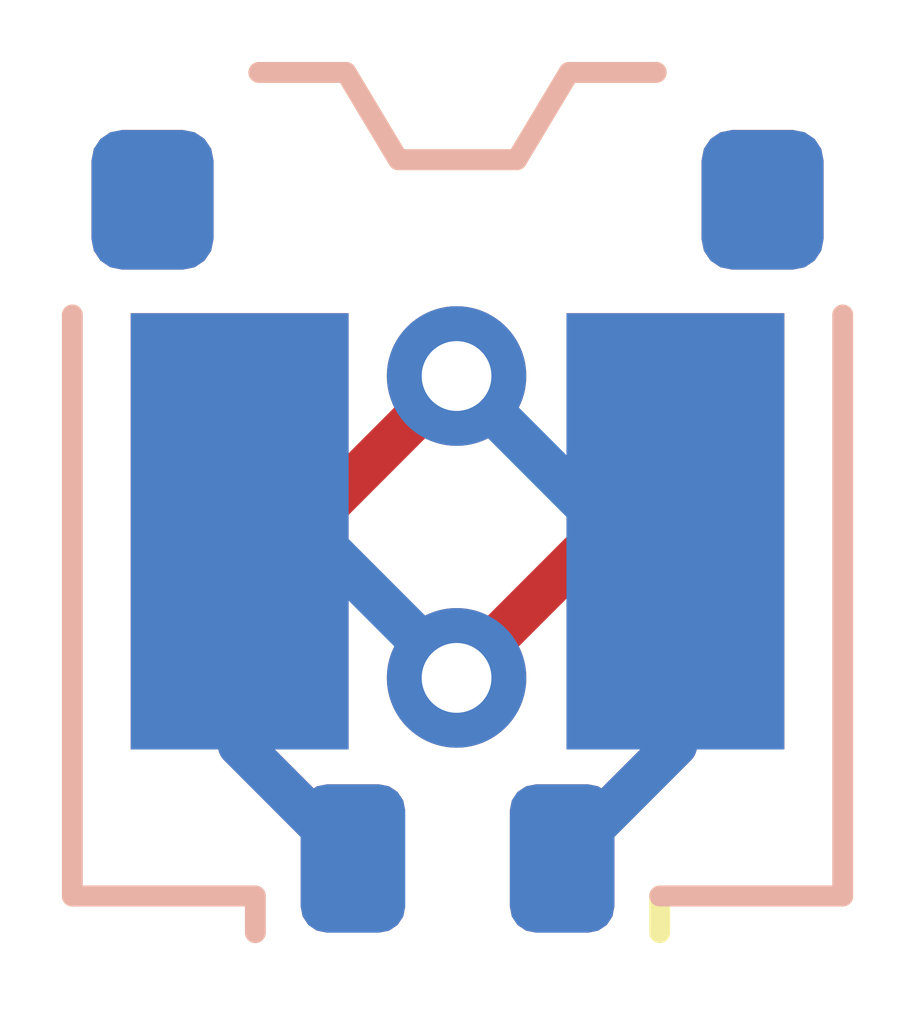
<source format=kicad_pcb>
(kicad_pcb (version 20221018) (generator pcbnew)
  (title_block (title "think_corney") (rev "v1-b1") (company "@infused-kim"))
  (layers (0 "F.Cu" signal) (31 "B.Cu" signal) (34 "B.Paste" user) (35 "F.Paste" user) (36 "B.SilkS" user "B.Silkscreen") (37 "F.SilkS" user "F.Silkscreen") (38 "B.Mask" user) (39 "F.Mask" user) (44 "Edge.Cuts" user))
  (net 0 "")
  (net 1 "GND")
  (net 2 "BAT_P")
  (footprint "conn_molex_pico_ezmate_1x02" (layer "F.Cu") (at 0 0 180)
    (fp_text reference "CONN1" hide)
    (fp_text value "" (at 0 0 180) (layer "F.SilkS") (effects (font (size 1.27 1.27))))
    (fp_line (start -2.21 -2.09) (end -1.16 -2.09) (stroke (width 0.12)) (layer "B.SilkS"))
    (fp_line (start -2.21 1.24) (end -2.21 -2.09) (stroke (width 0.12)) (layer "B.SilkS"))
    (fp_line (start -0.64 2.63) (end -1.14 2.63) (stroke (width 0.12)) (layer "B.SilkS"))
    (fp_line (start -0.34 2.13) (end -0.64 2.63) (stroke (width 0.12)) (layer "B.SilkS"))
    (fp_line (start 0.34 2.13) (end -0.34 2.13) (stroke (width 0.12)) (layer "B.SilkS"))
    (fp_line (start 0.64 2.63) (end 0.34 2.13) (stroke (width 0.12)) (layer "B.SilkS"))
    (fp_line (start 1.14 2.63) (end 0.64 2.63) (stroke (width 0.12)) (layer "B.SilkS"))
    (fp_line (start 1.16 -2.09) (end 1.16 -2.3) (stroke (width 0.12)) (layer "B.SilkS"))
    (fp_line (start 2.21 -2.09) (end 1.16 -2.09) (stroke (width 0.12)) (layer "B.SilkS"))
    (fp_line (start 2.21 1.24) (end 2.21 -2.09) (stroke (width 0.12)) (layer "B.SilkS"))
    (fp_line (start -2.21 -2.09) (end -1.16 -2.09) (stroke (width 0.12)) (layer "F.SilkS"))
    (fp_line (start -2.21 1.24) (end -2.21 -2.09) (stroke (width 0.12)) (layer "F.SilkS"))
    (fp_line (start -1.16 -2.09) (end -1.16 -2.3) (stroke (width 0.12)) (layer "F.SilkS"))
    (fp_line (start -1.14 2.63) (end -0.64 2.63) (stroke (width 0.12)) (layer "F.SilkS"))
    (fp_line (start -0.64 2.63) (end -0.34 2.13) (stroke (width 0.12)) (layer "F.SilkS"))
    (fp_line (start -0.34 2.13) (end 0.34 2.13) (stroke (width 0.12)) (layer "F.SilkS"))
    (fp_line (start 0.34 2.13) (end 0.64 2.63) (stroke (width 0.12)) (layer "F.SilkS"))
    (fp_line (start 0.64 2.63) (end 1.14 2.63) (stroke (width 0.12)) (layer "F.SilkS"))
    (fp_line (start 2.21 -2.09) (end 1.16 -2.09) (stroke (width 0.12)) (layer "F.SilkS"))
    (fp_line (start 2.21 1.24) (end 2.21 -2.09) (stroke (width 0.12)) (layer "F.SilkS"))
    (pad "1" smd roundrect (at -0.6 -1.875 180) (size 0.6 0.85) (layers "F.Cu" "F.Paste" "F.Mask") (net 2 "BAT_P"))
    (pad "1" smd roundrect (at 0.6 -1.875) (size 0.6 0.85) (layers "B.Cu" "B.Paste" "B.Mask") (net 2 "BAT_P"))
    (pad "2" smd roundrect (at -0.6 -1.875) (size 0.6 0.85) (layers "B.Cu" "B.Paste" "B.Mask") (net 1 "GND"))
    (pad "2" smd roundrect (at 0.6 -1.875 180) (size 0.6 0.85) (layers "F.Cu" "F.Paste" "F.Mask") (net 1 "GND"))
    (pad "MP" smd roundrect (at -1.75 1.9 180) (size 0.7 0.8) (layers "F.Cu" "F.Paste" "F.Mask"))
    (pad "MP" smd roundrect (at -1.75 1.9) (size 0.7 0.8) (layers "B.Cu" "B.Paste" "B.Mask"))
    (pad "MP" smd roundrect (at 1.75 1.9 180) (size 0.7 0.8) (layers "F.Cu" "F.Paste" "F.Mask"))
    (pad "MP" smd roundrect (at 1.75 1.9) (size 0.7 0.8) (layers "B.Cu" "B.Paste" "B.Mask"))
  )
  (footprint "point_debugger" (layer "F.Cu") (at 0 0)
    (fp_text reference "P36\"" hide)
    (fp_text value "" (at 0 0) (layer "F.SilkS") (effects (font (size 1.27 1.27))))
  )
  (footprint "point_debugger" (layer "F.Cu") (at 0 0)
    (fp_text reference "P35\"" hide)
    (fp_text value "" (at 0 0) (layer "F.SilkS") (effects (font (size 1.27 1.27))))
  )
  (footprint "pads" (layer "F.Cu") (at 0 0 180)
    (fp_text reference "PAD1" hide)
    (fp_text value "" (at 0 0 180) (layer "F.SilkS") (effects (font (size 1.27 1.27))))
    (pad "1" smd rect (at -1.25 0 180) (size 1.25 2.5) (layers "F.Cu" "F.Paste" "F.Mask") (net 2 "BAT_P"))
    (pad "1" smd rect (at -1.25 0 180) (size 1.25 2.5) (layers "B.Cu" "B.Paste" "B.Mask") (net 1 "GND"))
    (pad "2" smd rect (at 1.25 0 180) (size 1.25 2.5) (layers "F.Cu" "F.Paste" "F.Mask") (net 1 "GND"))
    (pad "2" smd rect (at 1.25 0 180) (size 1.25 2.5) (layers "B.Cu" "B.Paste" "B.Mask") (net 2 "BAT_P"))
  )
  (segment (start -0.895498 0) (end -0.005498 -0.89) (width 0.25) (layer "F.Cu") (net 1))
  (segment (start -1.25 1.225) (end -0.6 1.875) (width 0.25) (layer "F.Cu") (net 1))
  (via (at -0.005498 -0.89) (size 0.8) (drill 0.4) (layers "F.Cu" "B.Cu") (net 1))
  (segment (start 1.25 1.225) (end 0.6 1.875) (width 0.25) (layer "B.Cu") (net 1))
  (segment (start 0.884502 0) (end -0.005498 -0.89) (width 0.25) (layer "B.Cu") (net 1))
  (segment (start 1.25 1.225) (end 0.6 1.875) (width 0.25) (layer "F.Cu") (net 2))
  (segment (start 0.834502 0) (end -0.005498 0.84) (width 0.25) (layer "F.Cu") (net 2))
  (via (at -0.005498 0.84) (size 0.8) (drill 0.4) (layers "F.Cu" "B.Cu") (net 2))
  (segment (start -0.845498 0) (end -0.005498 0.84) (width 0.25) (layer "B.Cu") (net 2))
  (segment (start -1.25 1.225) (end -0.6 1.875) (width 0.25) (layer "B.Cu") (net 2))
)
</source>
